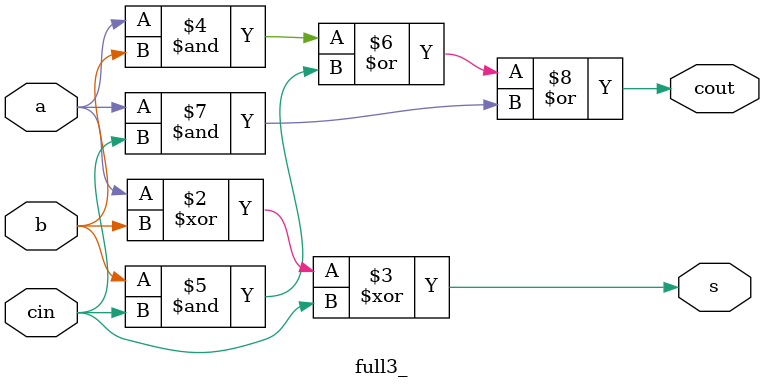
<source format=v>
module add_4_bit(s,cout,cin,a,b);
input [3:0] a,b;
input cin;
output [3:0] s;
output cout;
wire [2:0] c;

full3_ add1 (s[0], c[0], a[0], b[0], cin);
full3_ add2 (s[1], c[1], a[1], b[1], c[0]);
full3_ add3 (s[2], c[2], a[2], b[2], c[1]);
full3_ add4 (s[3], cout, a[3], b[3], c[2]);

endmodule

module full3_(
s,cout,a,b,cin
);
input a,b,cin;
output reg cout,s;
always @(*)
begin 
s=a^b^cin;
cout=(a&b)|(b&cin)|(a&cin);
end
endmodule

</source>
